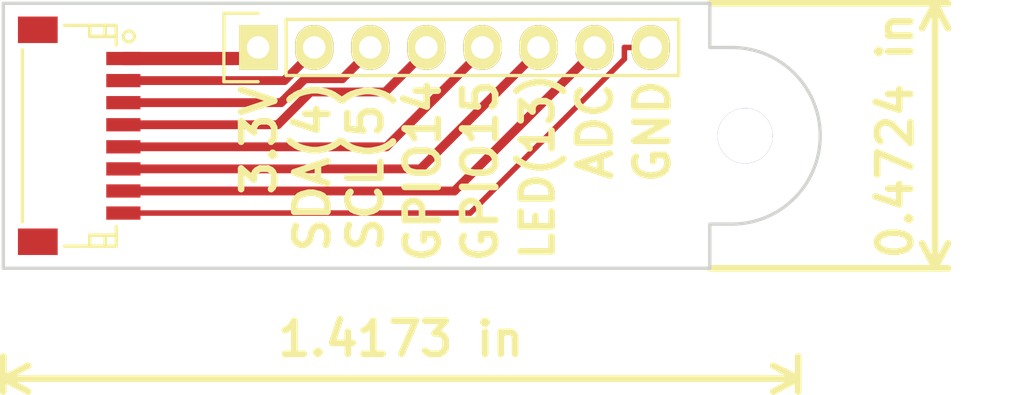
<source format=kicad_pcb>
(kicad_pcb (version 20171130) (host pcbnew "(5.1.12)-1")

  (general
    (thickness 1.6)
    (drawings 18)
    (tracks 35)
    (zones 0)
    (modules 3)
    (nets 9)
  )

  (page A4)
  (layers
    (0 F.Cu signal)
    (31 B.Cu signal)
    (32 B.Adhes user)
    (33 F.Adhes user)
    (34 B.Paste user)
    (35 F.Paste user)
    (36 B.SilkS user)
    (37 F.SilkS user)
    (38 B.Mask user)
    (39 F.Mask user)
    (40 Dwgs.User user)
    (41 Cmts.User user)
    (42 Eco1.User user)
    (43 Eco2.User user)
    (44 Edge.Cuts user)
    (45 Margin user)
    (46 B.CrtYd user)
    (47 F.CrtYd user)
    (48 B.Fab user)
    (49 F.Fab user)
  )

  (setup
    (last_trace_width 0.25)
    (user_trace_width 0.2)
    (user_trace_width 0.4)
    (user_trace_width 0.6)
    (user_trace_width 0.8)
    (trace_clearance 0.2)
    (zone_clearance 0.13)
    (zone_45_only no)
    (trace_min 0.2)
    (via_size 0.6)
    (via_drill 0.4)
    (via_min_size 0.4)
    (via_min_drill 0.3)
    (uvia_size 0.3)
    (uvia_drill 0.1)
    (uvias_allowed no)
    (uvia_min_size 0.2)
    (uvia_min_drill 0.1)
    (edge_width 0.15)
    (segment_width 0.2)
    (pcb_text_width 0.3)
    (pcb_text_size 1.5 1.5)
    (mod_edge_width 0.15)
    (mod_text_size 1 1)
    (mod_text_width 0.15)
    (pad_size 1.524 1.524)
    (pad_drill 0.762)
    (pad_to_mask_clearance 0.2)
    (aux_axis_origin 0 0)
    (visible_elements 7FFFFFFF)
    (pcbplotparams
      (layerselection 0x00030_80000001)
      (usegerberextensions false)
      (usegerberattributes true)
      (usegerberadvancedattributes true)
      (creategerberjobfile true)
      (excludeedgelayer true)
      (linewidth 0.100000)
      (plotframeref false)
      (viasonmask false)
      (mode 1)
      (useauxorigin false)
      (hpglpennumber 1)
      (hpglpenspeed 20)
      (hpglpendiameter 15.000000)
      (psnegative false)
      (psa4output false)
      (plotreference true)
      (plotvalue true)
      (plotinvisibletext false)
      (padsonsilk false)
      (subtractmaskfromsilk false)
      (outputformat 1)
      (mirror false)
      (drillshape 1)
      (scaleselection 1)
      (outputdirectory ""))
  )

  (net 0 "")
  (net 1 +3V3)
  (net 2 /GPIO4)
  (net 3 /GPIO5)
  (net 4 /GPIO14)
  (net 5 /GPIO12)
  (net 6 /GPIO13)
  (net 7 /ADC)
  (net 8 GND)

  (net_class Default "This is the default net class."
    (clearance 0.2)
    (trace_width 0.25)
    (via_dia 0.6)
    (via_drill 0.4)
    (uvia_dia 0.3)
    (uvia_drill 0.1)
    (add_net +3V3)
    (add_net /ADC)
    (add_net /GPIO12)
    (add_net /GPIO13)
    (add_net /GPIO14)
    (add_net /GPIO4)
    (add_net /GPIO5)
    (add_net GND)
  )

  (module Connectors_JST_SH:Connectors_JST_SM08B-SRSS-TB (layer F.Cu) (tedit 58923001) (tstamp 58922FE6)
    (at 133.5 89 270)
    (descr "JST SH series connector, SM08B-SRSS-TB")
    (tags "connector jst sh")
    (path /589234FC)
    (attr smd)
    (fp_text reference P1 (at -3.5 -3.9375 270) (layer F.SilkS) hide
      (effects (font (size 1 1) (thickness 0.15)))
    )
    (fp_text value CONN_01X08 (at 0 4.2625 270) (layer F.Fab) hide
      (effects (font (size 1 1) (thickness 0.15)))
    )
    (fp_line (start 5.9 3.35) (end -5.9 3.35) (layer F.CrtYd) (width 0.05))
    (fp_line (start 5.9 -3.25) (end 5.9 3.35) (layer F.CrtYd) (width 0.05))
    (fp_line (start -5.9 -3.25) (end 5.9 -3.25) (layer F.CrtYd) (width 0.05))
    (fp_line (start -5.9 3.35) (end -5.9 -3.25) (layer F.CrtYd) (width 0.05))
    (fp_line (start 5 -0.4125) (end 4.5 -0.4125) (layer F.SilkS) (width 0.15))
    (fp_line (start 5 -0.4125) (end 5 -0.4125) (layer F.SilkS) (width 0.15))
    (fp_line (start 4.5 -0.4125) (end 5 -0.4125) (layer F.SilkS) (width 0.15))
    (fp_line (start 4.5 -0.4125) (end 4.5 -0.4125) (layer F.SilkS) (width 0.15))
    (fp_line (start 5 -1.1125) (end 4.5 -1.1125) (layer F.SilkS) (width 0.15))
    (fp_line (start 5 -1.1125) (end 5 -1.1125) (layer F.SilkS) (width 0.15))
    (fp_line (start 4.5 -1.1125) (end 5 -1.1125) (layer F.SilkS) (width 0.15))
    (fp_line (start 4.5 -1.1125) (end 4.5 -1.1125) (layer F.SilkS) (width 0.15))
    (fp_line (start 4.5 -1.6125) (end 4.5 -1.6125) (layer F.SilkS) (width 0.15))
    (fp_line (start 4.5 -0.4125) (end 4.5 -1.6125) (layer F.SilkS) (width 0.15))
    (fp_line (start 4.5 -0.4125) (end 4.5 -0.4125) (layer F.SilkS) (width 0.15))
    (fp_line (start 4.5 -1.6125) (end 4.5 -0.4125) (layer F.SilkS) (width 0.15))
    (fp_line (start 5 -1.6125) (end 4.1 -1.6125) (layer F.SilkS) (width 0.15))
    (fp_line (start 5 0.7375) (end 5 -1.6125) (layer F.SilkS) (width 0.15))
    (fp_line (start -5 -0.4125) (end -4.5 -0.4125) (layer F.SilkS) (width 0.15))
    (fp_line (start -5 -0.4125) (end -5 -0.4125) (layer F.SilkS) (width 0.15))
    (fp_line (start -4.5 -0.4125) (end -5 -0.4125) (layer F.SilkS) (width 0.15))
    (fp_line (start -4.5 -0.4125) (end -4.5 -0.4125) (layer F.SilkS) (width 0.15))
    (fp_line (start -5 -1.1125) (end -4.5 -1.1125) (layer F.SilkS) (width 0.15))
    (fp_line (start -5 -1.1125) (end -5 -1.1125) (layer F.SilkS) (width 0.15))
    (fp_line (start -4.5 -1.1125) (end -5 -1.1125) (layer F.SilkS) (width 0.15))
    (fp_line (start -4.5 -1.1125) (end -4.5 -1.1125) (layer F.SilkS) (width 0.15))
    (fp_line (start -4.5 -1.6125) (end -4.5 -1.6125) (layer F.SilkS) (width 0.15))
    (fp_line (start -4.5 -0.4125) (end -4.5 -1.6125) (layer F.SilkS) (width 0.15))
    (fp_line (start -4.5 -0.4125) (end -4.5 -0.4125) (layer F.SilkS) (width 0.15))
    (fp_line (start -4.5 -1.6125) (end -4.5 -0.4125) (layer F.SilkS) (width 0.15))
    (fp_line (start -5 -1.6125) (end -4.1 -1.6125) (layer F.SilkS) (width 0.15))
    (fp_line (start -5 0.7375) (end -5 -1.6125) (layer F.SilkS) (width 0.15))
    (fp_line (start -3.9 2.6375) (end 3.9 2.6375) (layer F.SilkS) (width 0.15))
    (fp_circle (center -4.5 -2.1875) (end -4.25 -2.1875) (layer F.SilkS) (width 0.15))
    (pad 1 smd rect (at -3.5 -1.9375 270) (size 0.6 1.55) (layers F.Cu F.Paste F.Mask)
      (net 1 +3V3))
    (pad 2 smd rect (at -2.5 -1.9375 270) (size 0.6 1.55) (layers F.Cu F.Paste F.Mask)
      (net 2 /GPIO4))
    (pad 3 smd rect (at -1.5 -1.9375 270) (size 0.6 1.55) (layers F.Cu F.Paste F.Mask)
      (net 3 /GPIO5))
    (pad 4 smd rect (at -0.5 -1.9375 270) (size 0.6 1.55) (layers F.Cu F.Paste F.Mask)
      (net 4 /GPIO14))
    (pad 5 smd rect (at 0.5 -1.9375 270) (size 0.6 1.55) (layers F.Cu F.Paste F.Mask)
      (net 5 /GPIO12))
    (pad 6 smd rect (at 1.5 -1.9375 270) (size 0.6 1.55) (layers F.Cu F.Paste F.Mask)
      (net 6 /GPIO13))
    (pad 7 smd rect (at 2.5 -1.9375 270) (size 0.6 1.55) (layers F.Cu F.Paste F.Mask)
      (net 7 /ADC))
    (pad 8 smd rect (at 3.5 -1.9375 270) (size 0.6 1.55) (layers F.Cu F.Paste F.Mask)
      (net 8 GND))
    (pad "" smd rect (at -4.8 1.9375 270) (size 1.2 1.8) (layers F.Cu F.Paste F.Mask))
    (pad "" smd rect (at 4.8 1.9375 270) (size 1.2 1.8) (layers F.Cu F.Paste F.Mask))
  )

  (module Pin_Headers:Pin_Header_Straight_1x08 (layer F.Cu) (tedit 58922F81) (tstamp 58922FFD)
    (at 141.54 85 90)
    (descr "Through hole pin header")
    (tags "pin header")
    (path /58923657)
    (fp_text reference P2 (at 0 -5.1 90) (layer F.SilkS) hide
      (effects (font (size 1 1) (thickness 0.15)))
    )
    (fp_text value CONN_01X08 (at 0 -3.1 90) (layer F.Fab) hide
      (effects (font (size 1 1) (thickness 0.15)))
    )
    (fp_line (start -1.55 -1.55) (end 1.55 -1.55) (layer F.SilkS) (width 0.15))
    (fp_line (start -1.55 0) (end -1.55 -1.55) (layer F.SilkS) (width 0.15))
    (fp_line (start 1.27 1.27) (end -1.27 1.27) (layer F.SilkS) (width 0.15))
    (fp_line (start 1.55 -1.55) (end 1.55 0) (layer F.SilkS) (width 0.15))
    (fp_line (start -1.27 19.05) (end -1.27 1.27) (layer F.SilkS) (width 0.15))
    (fp_line (start 1.27 19.05) (end -1.27 19.05) (layer F.SilkS) (width 0.15))
    (fp_line (start 1.27 1.27) (end 1.27 19.05) (layer F.SilkS) (width 0.15))
    (fp_line (start -1.75 19.55) (end 1.75 19.55) (layer F.CrtYd) (width 0.05))
    (fp_line (start -1.75 -1.75) (end 1.75 -1.75) (layer F.CrtYd) (width 0.05))
    (fp_line (start 1.75 -1.75) (end 1.75 19.55) (layer F.CrtYd) (width 0.05))
    (fp_line (start -1.75 -1.75) (end -1.75 19.55) (layer F.CrtYd) (width 0.05))
    (pad 1 thru_hole rect (at 0 0 90) (size 2.032 1.7272) (drill 1.016) (layers *.Cu *.Mask F.SilkS)
      (net 1 +3V3))
    (pad 2 thru_hole oval (at 0 2.54 90) (size 2.032 1.7272) (drill 1.016) (layers *.Cu *.Mask F.SilkS)
      (net 2 /GPIO4))
    (pad 3 thru_hole oval (at 0 5.08 90) (size 2.032 1.7272) (drill 1.016) (layers *.Cu *.Mask F.SilkS)
      (net 3 /GPIO5))
    (pad 4 thru_hole oval (at 0 7.62 90) (size 2.032 1.7272) (drill 1.016) (layers *.Cu *.Mask F.SilkS)
      (net 4 /GPIO14))
    (pad 5 thru_hole oval (at 0 10.16 90) (size 2.032 1.7272) (drill 1.016) (layers *.Cu *.Mask F.SilkS)
      (net 5 /GPIO12))
    (pad 6 thru_hole oval (at 0 12.7 90) (size 2.032 1.7272) (drill 1.016) (layers *.Cu *.Mask F.SilkS)
      (net 6 /GPIO13))
    (pad 7 thru_hole oval (at 0 15.24 90) (size 2.032 1.7272) (drill 1.016) (layers *.Cu *.Mask F.SilkS)
      (net 7 /ADC))
    (pad 8 thru_hole oval (at 0 17.78 90) (size 2.032 1.7272) (drill 1.016) (layers *.Cu *.Mask F.SilkS)
      (net 8 GND))
    (model Pin_Headers.3dshapes/Pin_Header_Straight_1x08.wrl
      (offset (xyz 0 -8.889999866485596 0))
      (scale (xyz 1 1 1))
      (rotate (xyz 0 0 90))
    )
  )

  (module idlehands_footprints:MountingHole_2.5mm_NO (layer F.Cu) (tedit 58479E6A) (tstamp 58923ECD)
    (at 163.625 89)
    (descr "Mounting hole, Befestigungsbohrung, 3mm, No Annular, Kein Restring,")
    (tags "Mounting hole, Befestigungsbohrung, 3mm, No Annular, Kein Restring,")
    (fp_text reference REF** (at 0 -4.0005) (layer F.SilkS) hide
      (effects (font (size 0.5 0.5) (thickness 0.125)))
    )
    (fp_text value MountingHole_2.5mm (at 1.00076 5.00126) (layer F.Fab) hide
      (effects (font (size 0.5 0.5) (thickness 0.125)))
    )
    (pad 1 thru_hole circle (at -0.025 0) (size 2.5 2.5) (drill 2.5) (layers *.Cu))
  )

  (dimension 12 (width 0.3) (layer F.SilkS)
    (gr_text "12.000 mm" (at 173.55 89 90) (layer F.SilkS)
      (effects (font (size 1.5 1.5) (thickness 0.3)))
    )
    (feature1 (pts (xy 162 83) (xy 174.9 83)))
    (feature2 (pts (xy 162 95) (xy 174.9 95)))
    (crossbar (pts (xy 172.2 95) (xy 172.2 83)))
    (arrow1a (pts (xy 172.2 83) (xy 172.786421 84.126504)))
    (arrow1b (pts (xy 172.2 83) (xy 171.613579 84.126504)))
    (arrow2a (pts (xy 172.2 95) (xy 172.786421 93.873496)))
    (arrow2b (pts (xy 172.2 95) (xy 171.613579 93.873496)))
  )
  (dimension 36 (width 0.3) (layer F.SilkS)
    (gr_text "36.000 mm" (at 148 101.35) (layer F.SilkS)
      (effects (font (size 1.5 1.5) (thickness 0.3)))
    )
    (feature1 (pts (xy 166 99) (xy 166 102.7)))
    (feature2 (pts (xy 130 99) (xy 130 102.7)))
    (crossbar (pts (xy 130 100) (xy 166 100)))
    (arrow1a (pts (xy 166 100) (xy 164.873496 100.586421)))
    (arrow1b (pts (xy 166 100) (xy 164.873496 99.413579)))
    (arrow2a (pts (xy 130 100) (xy 131.126504 100.586421)))
    (arrow2b (pts (xy 130 100) (xy 131.126504 99.413579)))
  )
  (gr_text GND (at 159.4 88.8 90) (layer F.SilkS)
    (effects (font (size 1.5 1.5) (thickness 0.3)))
  )
  (gr_text ADC (at 156.8 88.8 90) (layer F.SilkS)
    (effects (font (size 1.5 1.5) (thickness 0.3)))
  )
  (gr_text "LED(13)" (at 154.2 90.4 90) (layer F.SilkS)
    (effects (font (size 1.4 1.4) (thickness 0.3)))
  )
  (gr_text GPIO15 (at 151.6 90.6 90) (layer F.SilkS)
    (effects (font (size 1.5 1.5) (thickness 0.3)))
  )
  (gr_text GPIO14 (at 149 90.6 90) (layer F.SilkS)
    (effects (font (size 1.5 1.5) (thickness 0.3)))
  )
  (gr_text "SCL(5)" (at 146.4 90.4 90) (layer F.SilkS)
    (effects (font (size 1.5 1.5) (thickness 0.3)))
  )
  (gr_text "SDA(4)\n" (at 144 90.4 90) (layer F.SilkS)
    (effects (font (size 1.5 1.5) (thickness 0.3)))
  )
  (gr_text "3.3V\n\n" (at 142.8 89.2 90) (layer F.SilkS)
    (effects (font (size 1.5 1.5) (thickness 0.3)))
  )
  (gr_line (start 162 93) (end 162 95) (layer Edge.Cuts) (width 0.15))
  (gr_line (start 163 93) (end 162 93) (layer Edge.Cuts) (width 0.15))
  (gr_line (start 162 85) (end 163 85) (layer Edge.Cuts) (width 0.15))
  (gr_line (start 162 83) (end 162 85) (layer Edge.Cuts) (width 0.15))
  (gr_line (start 130 95) (end 130 83) (layer Edge.Cuts) (width 0.15))
  (gr_line (start 162 95) (end 130 95) (layer Edge.Cuts) (width 0.15))
  (gr_line (start 130 83) (end 162 83) (layer Edge.Cuts) (width 0.15))
  (gr_arc (start 163 89) (end 163 85) (angle 180) (layer Edge.Cuts) (width 0.15))

  (segment (start 135.438 85.5) (end 135.4375 85.5) (width 0.25) (layer F.Cu) (net 1))
  (segment (start 135.438 85.5) (end 141.04 85.5) (width 0.6) (layer F.Cu) (net 1))
  (segment (start 141.04 85.5) (end 141.54 85) (width 0.6) (layer F.Cu) (net 1))
  (segment (start 135.438 86.5) (end 135.4375 86.5) (width 0.25) (layer F.Cu) (net 2))
  (segment (start 135.438 86.5) (end 142.732 86.5) (width 0.4) (layer F.Cu) (net 2))
  (segment (start 142.732 86.5) (end 144.08 85.1524) (width 0.4) (layer F.Cu) (net 2))
  (segment (start 144.08 85.1524) (end 144.08 85) (width 0.4) (layer F.Cu) (net 2))
  (segment (start 135.438 87.5) (end 135.4375 87.5) (width 0.25) (layer F.Cu) (net 3))
  (segment (start 135.438 87.5) (end 142.581 87.5) (width 0.4) (layer F.Cu) (net 3))
  (segment (start 142.581 87.5) (end 143.665 86.416) (width 0.4) (layer F.Cu) (net 3))
  (segment (start 143.665 86.416) (end 145.356 86.416) (width 0.4) (layer F.Cu) (net 3))
  (segment (start 145.356 86.416) (end 146.62 85.1524) (width 0.4) (layer F.Cu) (net 3))
  (segment (start 146.62 85.1524) (end 146.62 85) (width 0.4) (layer F.Cu) (net 3))
  (segment (start 135.438 88.5) (end 135.4375 88.5) (width 0.25) (layer F.Cu) (net 4))
  (segment (start 135.438 88.5) (end 142.429 88.5) (width 0.4) (layer F.Cu) (net 4))
  (segment (start 142.429 88.5) (end 143.913 87.016) (width 0.4) (layer F.Cu) (net 4))
  (segment (start 143.913 87.016) (end 147.296 87.016) (width 0.4) (layer F.Cu) (net 4))
  (segment (start 147.296 87.016) (end 149.16 85.1524) (width 0.4) (layer F.Cu) (net 4))
  (segment (start 149.16 85.1524) (end 149.16 85) (width 0.4) (layer F.Cu) (net 4))
  (segment (start 135.438 89.5) (end 135.4375 89.5) (width 0.25) (layer F.Cu) (net 5))
  (segment (start 135.438 89.5) (end 147.352 89.5) (width 0.4) (layer F.Cu) (net 5))
  (segment (start 147.352 89.5) (end 151.7 85.1524) (width 0.4) (layer F.Cu) (net 5))
  (segment (start 151.7 85.1524) (end 151.7 85) (width 0.4) (layer F.Cu) (net 5))
  (segment (start 135.438 90.5) (end 135.4375 90.5) (width 0.25) (layer F.Cu) (net 6))
  (segment (start 135.438 90.5) (end 148.892 90.5) (width 0.4) (layer F.Cu) (net 6))
  (segment (start 148.892 90.5) (end 154.24 85.1524) (width 0.4) (layer F.Cu) (net 6))
  (segment (start 154.24 85.1524) (end 154.24 85) (width 0.4) (layer F.Cu) (net 6))
  (segment (start 135.438 91.5) (end 135.4375 91.5) (width 0.25) (layer F.Cu) (net 7))
  (segment (start 135.438 91.5) (end 150.432 91.5) (width 0.4) (layer F.Cu) (net 7))
  (segment (start 150.432 91.5) (end 156.78 85.1524) (width 0.4) (layer F.Cu) (net 7))
  (segment (start 156.78 85.1524) (end 156.78 85) (width 0.4) (layer F.Cu) (net 7))
  (segment (start 159.32 85) (end 158.1313 85) (width 0.25) (layer F.Cu) (net 8))
  (segment (start 158.1313 85) (end 158.1313 85.5201) (width 0.25) (layer F.Cu) (net 8))
  (segment (start 158.1313 85.5201) (end 151.1514 92.5) (width 0.25) (layer F.Cu) (net 8))
  (segment (start 151.1514 92.5) (end 135.4375 92.5) (width 0.25) (layer F.Cu) (net 8))

)

</source>
